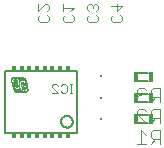
<source format=gbo>
G75*
G70*
%OFA0B0*%
%FSLAX24Y24*%
%IPPOS*%
%LPD*%
%AMOC8*
5,1,8,0,0,1.08239X$1,22.5*
%
%ADD10C,0.0050*%
%ADD11R,0.0150X0.0159*%
%ADD12R,0.0370X0.0010*%
%ADD13R,0.0410X0.0010*%
%ADD14R,0.0070X0.0010*%
%ADD15R,0.0330X0.0010*%
%ADD16R,0.0050X0.0010*%
%ADD17R,0.0030X0.0010*%
%ADD18R,0.0240X0.0010*%
%ADD19R,0.0040X0.0010*%
%ADD20R,0.0010X0.0010*%
%ADD21R,0.0250X0.0010*%
%ADD22R,0.0260X0.0010*%
%ADD23R,0.0090X0.0010*%
%ADD24R,0.0100X0.0010*%
%ADD25R,0.0110X0.0010*%
%ADD26R,0.0060X0.0010*%
%ADD27R,0.0120X0.0010*%
%ADD28R,0.0020X0.0010*%
%ADD29R,0.0190X0.0010*%
%ADD30R,0.0160X0.0010*%
%ADD31R,0.0180X0.0010*%
%ADD32R,0.0130X0.0010*%
%ADD33R,0.0080X0.0010*%
%ADD34R,0.0420X0.0010*%
%ADD35R,0.0390X0.0010*%
%ADD36R,0.0350X0.0010*%
%ADD37C,0.0030*%
%ADD38R,0.0079X0.0079*%
%ADD39C,0.0040*%
%ADD40R,0.0160X0.0340*%
%ADD41C,0.0060*%
D10*
X005222Y005400D02*
X005222Y007467D01*
X007643Y007467D01*
X007643Y005400D01*
X005222Y005400D01*
X007101Y005765D02*
X007103Y005792D01*
X007109Y005819D01*
X007118Y005845D01*
X007131Y005869D01*
X007147Y005892D01*
X007166Y005911D01*
X007188Y005928D01*
X007212Y005942D01*
X007237Y005952D01*
X007264Y005959D01*
X007291Y005962D01*
X007319Y005961D01*
X007346Y005956D01*
X007372Y005948D01*
X007396Y005936D01*
X007419Y005920D01*
X007440Y005902D01*
X007457Y005881D01*
X007472Y005857D01*
X007483Y005832D01*
X007491Y005806D01*
X007495Y005779D01*
X007495Y005751D01*
X007491Y005724D01*
X007483Y005698D01*
X007472Y005673D01*
X007457Y005649D01*
X007440Y005628D01*
X007419Y005610D01*
X007397Y005594D01*
X007372Y005582D01*
X007346Y005574D01*
X007319Y005569D01*
X007291Y005568D01*
X007264Y005571D01*
X007237Y005578D01*
X007212Y005588D01*
X007188Y005602D01*
X007166Y005619D01*
X007147Y005638D01*
X007131Y005661D01*
X007118Y005685D01*
X007109Y005711D01*
X007103Y005738D01*
X007101Y005765D01*
D11*
X007072Y005301D03*
X007328Y005301D03*
X006816Y005301D03*
X006560Y005301D03*
X006304Y005301D03*
X006048Y005301D03*
X005792Y005301D03*
X005536Y005301D03*
X005537Y007567D03*
X005793Y007567D03*
X005793Y007567D03*
X006049Y007567D03*
X006305Y007567D03*
X006560Y007567D03*
X006816Y007567D03*
X007072Y007567D03*
X007328Y007567D03*
D12*
X005783Y006736D03*
D13*
X005783Y006746D03*
D14*
X005893Y006806D03*
X005963Y006756D03*
X005953Y006936D03*
X005833Y006916D03*
X005733Y007106D03*
X005543Y006856D03*
D15*
X005723Y006756D03*
D16*
X005743Y006856D03*
X005523Y006896D03*
X005513Y006926D03*
X005503Y007026D03*
X005493Y007036D03*
X005483Y007176D03*
X005623Y007186D03*
X005723Y007096D03*
X005933Y007066D03*
X005943Y007046D03*
X005953Y006996D03*
X005963Y006926D03*
X005993Y006786D03*
X005973Y006766D03*
D17*
X005993Y006836D03*
X005993Y006846D03*
X005993Y006856D03*
X005983Y006866D03*
X005983Y006876D03*
X005983Y006886D03*
X005893Y006796D03*
X005843Y006766D03*
X005953Y007016D03*
X005723Y007066D03*
X005723Y007076D03*
X005723Y007086D03*
X005483Y007066D03*
X005473Y007076D03*
X005473Y007086D03*
X005473Y007096D03*
X005473Y007106D03*
X005473Y007116D03*
X005473Y007126D03*
X005473Y007136D03*
X005473Y007146D03*
X005473Y007156D03*
D18*
X005798Y007186D03*
X005808Y007166D03*
X005658Y006776D03*
X005668Y006766D03*
D19*
X005748Y006866D03*
X005818Y006926D03*
X005968Y006916D03*
X005978Y006906D03*
X005978Y006896D03*
X005998Y006826D03*
X005998Y006816D03*
X005998Y006806D03*
X005998Y006796D03*
X005988Y006776D03*
X005958Y007006D03*
X005948Y007026D03*
X005948Y007036D03*
X005938Y007056D03*
X005518Y006916D03*
X005518Y006906D03*
X005528Y006886D03*
X005508Y006936D03*
X005508Y006946D03*
X005488Y007046D03*
X005488Y007056D03*
X005478Y007166D03*
D20*
X005633Y007166D03*
X005733Y006976D03*
X005733Y006966D03*
X005743Y006946D03*
X005743Y006936D03*
X005743Y006926D03*
X005743Y006916D03*
X005793Y006946D03*
X005803Y006936D03*
X005913Y006996D03*
X005823Y006796D03*
X005823Y006786D03*
X005833Y006776D03*
D21*
X005653Y006786D03*
X005653Y006796D03*
X005643Y006816D03*
X005643Y006826D03*
X005643Y006836D03*
X005823Y007126D03*
X005813Y007146D03*
X005813Y007156D03*
X005803Y007176D03*
D22*
X005818Y007136D03*
X005828Y007116D03*
X005648Y006806D03*
D23*
X005643Y006896D03*
X005553Y006846D03*
X005883Y006816D03*
X005943Y006946D03*
D24*
X005848Y006906D03*
X005878Y006836D03*
X005878Y006826D03*
X005828Y007036D03*
X005828Y007046D03*
X005618Y007036D03*
X005588Y007126D03*
X005528Y006996D03*
D25*
X005613Y007046D03*
X005603Y007066D03*
X005593Y007096D03*
X005583Y007116D03*
X005633Y006946D03*
X005633Y006936D03*
X005633Y006926D03*
X005643Y006906D03*
X005853Y006896D03*
X005863Y006886D03*
X005873Y006846D03*
X005833Y007016D03*
X005833Y007026D03*
X005903Y007106D03*
D26*
X005928Y007086D03*
X005928Y007076D03*
X005818Y007066D03*
X005738Y006846D03*
X005648Y006886D03*
X005538Y006876D03*
X005538Y006866D03*
X005508Y007016D03*
X005638Y007026D03*
X005578Y007146D03*
X005488Y007186D03*
D27*
X005588Y007106D03*
X005598Y007086D03*
X005598Y007076D03*
X005608Y007056D03*
X005638Y006916D03*
X005838Y006996D03*
X005838Y007006D03*
X005928Y006956D03*
X005868Y006876D03*
X005868Y006866D03*
X005868Y006856D03*
D28*
X005748Y006876D03*
X005748Y006886D03*
X005748Y006896D03*
X005748Y006906D03*
X005738Y006956D03*
X005728Y006986D03*
X005728Y006996D03*
X005728Y007006D03*
X005728Y007016D03*
X005718Y007026D03*
X005718Y007036D03*
X005718Y007046D03*
X005718Y007056D03*
X005658Y007016D03*
X005628Y007176D03*
D29*
X005583Y006966D03*
X005583Y006956D03*
X005883Y006986D03*
D30*
X005908Y006966D03*
D31*
X005888Y006976D03*
X005578Y006976D03*
D32*
X005553Y006986D03*
D33*
X005518Y007006D03*
X005578Y007136D03*
X005818Y007056D03*
X005918Y007096D03*
D34*
X005688Y007196D03*
D35*
X005683Y007206D03*
D36*
X005683Y007216D03*
D37*
X006796Y006966D02*
X006796Y006918D01*
X006989Y006724D01*
X006796Y006724D01*
X006796Y006966D02*
X006844Y007015D01*
X006941Y007015D01*
X006989Y006966D01*
X007090Y006966D02*
X007139Y007015D01*
X007236Y007015D01*
X007284Y006966D01*
X007284Y006773D01*
X007236Y006724D01*
X007139Y006724D01*
X007090Y006773D01*
X007384Y006724D02*
X007480Y006724D01*
X007432Y006724D02*
X007432Y007015D01*
X007480Y007015D02*
X007384Y007015D01*
X007470Y009075D02*
X007224Y009075D01*
X007162Y009137D01*
X007162Y009260D01*
X007224Y009322D01*
X007162Y009444D02*
X007162Y009690D01*
X007162Y009567D02*
X007532Y009567D01*
X007409Y009444D01*
X007470Y009322D02*
X007532Y009260D01*
X007532Y009137D01*
X007470Y009075D01*
X007972Y009137D02*
X007972Y009260D01*
X008034Y009322D01*
X008034Y009444D02*
X007972Y009505D01*
X007972Y009629D01*
X008034Y009690D01*
X008095Y009690D01*
X008157Y009629D01*
X008157Y009567D01*
X008157Y009629D02*
X008219Y009690D01*
X008280Y009690D01*
X008342Y009629D01*
X008342Y009505D01*
X008280Y009444D01*
X008280Y009322D02*
X008342Y009260D01*
X008342Y009137D01*
X008280Y009075D01*
X008034Y009075D01*
X007972Y009137D01*
X008772Y009137D02*
X008772Y009260D01*
X008834Y009322D01*
X008957Y009444D02*
X008957Y009690D01*
X008772Y009629D02*
X009142Y009629D01*
X008957Y009444D01*
X009080Y009322D02*
X009142Y009260D01*
X009142Y009137D01*
X009080Y009075D01*
X008834Y009075D01*
X008772Y009137D01*
X006702Y009137D02*
X006640Y009075D01*
X006394Y009075D01*
X006332Y009137D01*
X006332Y009260D01*
X006394Y009322D01*
X006332Y009444D02*
X006579Y009690D01*
X006640Y009690D01*
X006702Y009629D01*
X006702Y009505D01*
X006640Y009444D01*
X006640Y009322D02*
X006702Y009260D01*
X006702Y009137D01*
X006332Y009444D02*
X006332Y009690D01*
D38*
X008433Y007274D03*
X008433Y006554D03*
X008433Y005854D03*
D39*
X009626Y005724D02*
X009933Y005724D01*
X009626Y006031D01*
X009626Y006108D01*
X009703Y006184D01*
X009856Y006184D01*
X009933Y006108D01*
X010086Y006108D02*
X010086Y005954D01*
X010163Y005877D01*
X010393Y005877D01*
X010393Y005724D02*
X010393Y006184D01*
X010163Y006184D01*
X010086Y006108D01*
X010240Y005877D02*
X010086Y005724D01*
X010163Y005484D02*
X010086Y005408D01*
X010086Y005254D01*
X010163Y005177D01*
X010393Y005177D01*
X010393Y005024D02*
X010393Y005484D01*
X010163Y005484D01*
X009933Y005331D02*
X009779Y005484D01*
X009779Y005024D01*
X009626Y005024D02*
X009933Y005024D01*
X010086Y005024D02*
X010240Y005177D01*
X010393Y006424D02*
X010393Y006884D01*
X010163Y006884D01*
X010086Y006808D01*
X010086Y006654D01*
X010163Y006577D01*
X010393Y006577D01*
X010240Y006577D02*
X010086Y006424D01*
X009933Y006501D02*
X009856Y006424D01*
X009703Y006424D01*
X009626Y006501D01*
X009626Y006577D01*
X009703Y006654D01*
X009779Y006654D01*
X009703Y006654D02*
X009626Y006731D01*
X009626Y006808D01*
X009703Y006884D01*
X009856Y006884D01*
X009933Y006808D01*
D40*
X010092Y006554D03*
X009592Y006554D03*
X009592Y005854D03*
X010092Y005854D03*
X010092Y007254D03*
X009592Y007254D03*
D41*
X009672Y007394D02*
X010012Y007394D01*
X010012Y007114D02*
X009672Y007114D01*
X009672Y006694D02*
X010012Y006694D01*
X010012Y006414D02*
X009672Y006414D01*
X009672Y005994D02*
X010012Y005994D01*
X010012Y005714D02*
X009672Y005714D01*
M02*

</source>
